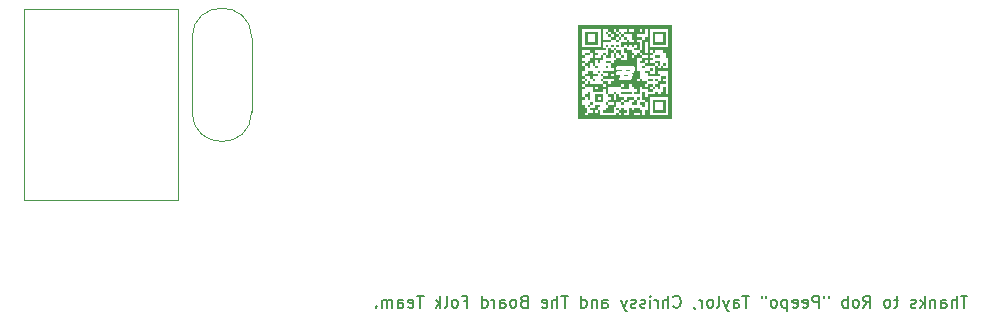
<source format=gbr>
%TF.GenerationSoftware,KiCad,Pcbnew,7.0.10*%
%TF.CreationDate,2024-06-09T02:47:37+01:00*%
%TF.ProjectId,Electron-PS2Slim,456c6563-7472-46f6-9e2d-505332536c69,rev?*%
%TF.SameCoordinates,Original*%
%TF.FileFunction,Legend,Bot*%
%TF.FilePolarity,Positive*%
%FSLAX46Y46*%
G04 Gerber Fmt 4.6, Leading zero omitted, Abs format (unit mm)*
G04 Created by KiCad (PCBNEW 7.0.10) date 2024-06-09 02:47:37*
%MOMM*%
%LPD*%
G01*
G04 APERTURE LIST*
%ADD10C,0.150000*%
%ADD11C,0.120000*%
G04 APERTURE END LIST*
D10*
X102752277Y-106718219D02*
X102180849Y-106718219D01*
X102466563Y-107718219D02*
X102466563Y-106718219D01*
X101847515Y-107718219D02*
X101847515Y-106718219D01*
X101418944Y-107718219D02*
X101418944Y-107194409D01*
X101418944Y-107194409D02*
X101466563Y-107099171D01*
X101466563Y-107099171D02*
X101561801Y-107051552D01*
X101561801Y-107051552D02*
X101704658Y-107051552D01*
X101704658Y-107051552D02*
X101799896Y-107099171D01*
X101799896Y-107099171D02*
X101847515Y-107146790D01*
X100514182Y-107718219D02*
X100514182Y-107194409D01*
X100514182Y-107194409D02*
X100561801Y-107099171D01*
X100561801Y-107099171D02*
X100657039Y-107051552D01*
X100657039Y-107051552D02*
X100847515Y-107051552D01*
X100847515Y-107051552D02*
X100942753Y-107099171D01*
X100514182Y-107670600D02*
X100609420Y-107718219D01*
X100609420Y-107718219D02*
X100847515Y-107718219D01*
X100847515Y-107718219D02*
X100942753Y-107670600D01*
X100942753Y-107670600D02*
X100990372Y-107575361D01*
X100990372Y-107575361D02*
X100990372Y-107480123D01*
X100990372Y-107480123D02*
X100942753Y-107384885D01*
X100942753Y-107384885D02*
X100847515Y-107337266D01*
X100847515Y-107337266D02*
X100609420Y-107337266D01*
X100609420Y-107337266D02*
X100514182Y-107289647D01*
X100037991Y-107051552D02*
X100037991Y-107718219D01*
X100037991Y-107146790D02*
X99990372Y-107099171D01*
X99990372Y-107099171D02*
X99895134Y-107051552D01*
X99895134Y-107051552D02*
X99752277Y-107051552D01*
X99752277Y-107051552D02*
X99657039Y-107099171D01*
X99657039Y-107099171D02*
X99609420Y-107194409D01*
X99609420Y-107194409D02*
X99609420Y-107718219D01*
X99133229Y-107718219D02*
X99133229Y-106718219D01*
X99037991Y-107337266D02*
X98752277Y-107718219D01*
X98752277Y-107051552D02*
X99133229Y-107432504D01*
X98371324Y-107670600D02*
X98276086Y-107718219D01*
X98276086Y-107718219D02*
X98085610Y-107718219D01*
X98085610Y-107718219D02*
X97990372Y-107670600D01*
X97990372Y-107670600D02*
X97942753Y-107575361D01*
X97942753Y-107575361D02*
X97942753Y-107527742D01*
X97942753Y-107527742D02*
X97990372Y-107432504D01*
X97990372Y-107432504D02*
X98085610Y-107384885D01*
X98085610Y-107384885D02*
X98228467Y-107384885D01*
X98228467Y-107384885D02*
X98323705Y-107337266D01*
X98323705Y-107337266D02*
X98371324Y-107242028D01*
X98371324Y-107242028D02*
X98371324Y-107194409D01*
X98371324Y-107194409D02*
X98323705Y-107099171D01*
X98323705Y-107099171D02*
X98228467Y-107051552D01*
X98228467Y-107051552D02*
X98085610Y-107051552D01*
X98085610Y-107051552D02*
X97990372Y-107099171D01*
X96895133Y-107051552D02*
X96514181Y-107051552D01*
X96752276Y-106718219D02*
X96752276Y-107575361D01*
X96752276Y-107575361D02*
X96704657Y-107670600D01*
X96704657Y-107670600D02*
X96609419Y-107718219D01*
X96609419Y-107718219D02*
X96514181Y-107718219D01*
X96037990Y-107718219D02*
X96133228Y-107670600D01*
X96133228Y-107670600D02*
X96180847Y-107622980D01*
X96180847Y-107622980D02*
X96228466Y-107527742D01*
X96228466Y-107527742D02*
X96228466Y-107242028D01*
X96228466Y-107242028D02*
X96180847Y-107146790D01*
X96180847Y-107146790D02*
X96133228Y-107099171D01*
X96133228Y-107099171D02*
X96037990Y-107051552D01*
X96037990Y-107051552D02*
X95895133Y-107051552D01*
X95895133Y-107051552D02*
X95799895Y-107099171D01*
X95799895Y-107099171D02*
X95752276Y-107146790D01*
X95752276Y-107146790D02*
X95704657Y-107242028D01*
X95704657Y-107242028D02*
X95704657Y-107527742D01*
X95704657Y-107527742D02*
X95752276Y-107622980D01*
X95752276Y-107622980D02*
X95799895Y-107670600D01*
X95799895Y-107670600D02*
X95895133Y-107718219D01*
X95895133Y-107718219D02*
X96037990Y-107718219D01*
X93942752Y-107718219D02*
X94276085Y-107242028D01*
X94514180Y-107718219D02*
X94514180Y-106718219D01*
X94514180Y-106718219D02*
X94133228Y-106718219D01*
X94133228Y-106718219D02*
X94037990Y-106765838D01*
X94037990Y-106765838D02*
X93990371Y-106813457D01*
X93990371Y-106813457D02*
X93942752Y-106908695D01*
X93942752Y-106908695D02*
X93942752Y-107051552D01*
X93942752Y-107051552D02*
X93990371Y-107146790D01*
X93990371Y-107146790D02*
X94037990Y-107194409D01*
X94037990Y-107194409D02*
X94133228Y-107242028D01*
X94133228Y-107242028D02*
X94514180Y-107242028D01*
X93371323Y-107718219D02*
X93466561Y-107670600D01*
X93466561Y-107670600D02*
X93514180Y-107622980D01*
X93514180Y-107622980D02*
X93561799Y-107527742D01*
X93561799Y-107527742D02*
X93561799Y-107242028D01*
X93561799Y-107242028D02*
X93514180Y-107146790D01*
X93514180Y-107146790D02*
X93466561Y-107099171D01*
X93466561Y-107099171D02*
X93371323Y-107051552D01*
X93371323Y-107051552D02*
X93228466Y-107051552D01*
X93228466Y-107051552D02*
X93133228Y-107099171D01*
X93133228Y-107099171D02*
X93085609Y-107146790D01*
X93085609Y-107146790D02*
X93037990Y-107242028D01*
X93037990Y-107242028D02*
X93037990Y-107527742D01*
X93037990Y-107527742D02*
X93085609Y-107622980D01*
X93085609Y-107622980D02*
X93133228Y-107670600D01*
X93133228Y-107670600D02*
X93228466Y-107718219D01*
X93228466Y-107718219D02*
X93371323Y-107718219D01*
X92609418Y-107718219D02*
X92609418Y-106718219D01*
X92609418Y-107099171D02*
X92514180Y-107051552D01*
X92514180Y-107051552D02*
X92323704Y-107051552D01*
X92323704Y-107051552D02*
X92228466Y-107099171D01*
X92228466Y-107099171D02*
X92180847Y-107146790D01*
X92180847Y-107146790D02*
X92133228Y-107242028D01*
X92133228Y-107242028D02*
X92133228Y-107527742D01*
X92133228Y-107527742D02*
X92180847Y-107622980D01*
X92180847Y-107622980D02*
X92228466Y-107670600D01*
X92228466Y-107670600D02*
X92323704Y-107718219D01*
X92323704Y-107718219D02*
X92514180Y-107718219D01*
X92514180Y-107718219D02*
X92609418Y-107670600D01*
X90990370Y-106718219D02*
X90990370Y-106908695D01*
X90609418Y-106718219D02*
X90609418Y-106908695D01*
X90180846Y-107718219D02*
X90180846Y-106718219D01*
X90180846Y-106718219D02*
X89799894Y-106718219D01*
X89799894Y-106718219D02*
X89704656Y-106765838D01*
X89704656Y-106765838D02*
X89657037Y-106813457D01*
X89657037Y-106813457D02*
X89609418Y-106908695D01*
X89609418Y-106908695D02*
X89609418Y-107051552D01*
X89609418Y-107051552D02*
X89657037Y-107146790D01*
X89657037Y-107146790D02*
X89704656Y-107194409D01*
X89704656Y-107194409D02*
X89799894Y-107242028D01*
X89799894Y-107242028D02*
X90180846Y-107242028D01*
X88799894Y-107670600D02*
X88895132Y-107718219D01*
X88895132Y-107718219D02*
X89085608Y-107718219D01*
X89085608Y-107718219D02*
X89180846Y-107670600D01*
X89180846Y-107670600D02*
X89228465Y-107575361D01*
X89228465Y-107575361D02*
X89228465Y-107194409D01*
X89228465Y-107194409D02*
X89180846Y-107099171D01*
X89180846Y-107099171D02*
X89085608Y-107051552D01*
X89085608Y-107051552D02*
X88895132Y-107051552D01*
X88895132Y-107051552D02*
X88799894Y-107099171D01*
X88799894Y-107099171D02*
X88752275Y-107194409D01*
X88752275Y-107194409D02*
X88752275Y-107289647D01*
X88752275Y-107289647D02*
X89228465Y-107384885D01*
X87942751Y-107670600D02*
X88037989Y-107718219D01*
X88037989Y-107718219D02*
X88228465Y-107718219D01*
X88228465Y-107718219D02*
X88323703Y-107670600D01*
X88323703Y-107670600D02*
X88371322Y-107575361D01*
X88371322Y-107575361D02*
X88371322Y-107194409D01*
X88371322Y-107194409D02*
X88323703Y-107099171D01*
X88323703Y-107099171D02*
X88228465Y-107051552D01*
X88228465Y-107051552D02*
X88037989Y-107051552D01*
X88037989Y-107051552D02*
X87942751Y-107099171D01*
X87942751Y-107099171D02*
X87895132Y-107194409D01*
X87895132Y-107194409D02*
X87895132Y-107289647D01*
X87895132Y-107289647D02*
X88371322Y-107384885D01*
X87466560Y-107051552D02*
X87466560Y-108051552D01*
X87466560Y-107099171D02*
X87371322Y-107051552D01*
X87371322Y-107051552D02*
X87180846Y-107051552D01*
X87180846Y-107051552D02*
X87085608Y-107099171D01*
X87085608Y-107099171D02*
X87037989Y-107146790D01*
X87037989Y-107146790D02*
X86990370Y-107242028D01*
X86990370Y-107242028D02*
X86990370Y-107527742D01*
X86990370Y-107527742D02*
X87037989Y-107622980D01*
X87037989Y-107622980D02*
X87085608Y-107670600D01*
X87085608Y-107670600D02*
X87180846Y-107718219D01*
X87180846Y-107718219D02*
X87371322Y-107718219D01*
X87371322Y-107718219D02*
X87466560Y-107670600D01*
X86418941Y-107718219D02*
X86514179Y-107670600D01*
X86514179Y-107670600D02*
X86561798Y-107622980D01*
X86561798Y-107622980D02*
X86609417Y-107527742D01*
X86609417Y-107527742D02*
X86609417Y-107242028D01*
X86609417Y-107242028D02*
X86561798Y-107146790D01*
X86561798Y-107146790D02*
X86514179Y-107099171D01*
X86514179Y-107099171D02*
X86418941Y-107051552D01*
X86418941Y-107051552D02*
X86276084Y-107051552D01*
X86276084Y-107051552D02*
X86180846Y-107099171D01*
X86180846Y-107099171D02*
X86133227Y-107146790D01*
X86133227Y-107146790D02*
X86085608Y-107242028D01*
X86085608Y-107242028D02*
X86085608Y-107527742D01*
X86085608Y-107527742D02*
X86133227Y-107622980D01*
X86133227Y-107622980D02*
X86180846Y-107670600D01*
X86180846Y-107670600D02*
X86276084Y-107718219D01*
X86276084Y-107718219D02*
X86418941Y-107718219D01*
X85704655Y-106718219D02*
X85704655Y-106908695D01*
X85323703Y-106718219D02*
X85323703Y-106908695D01*
X84276083Y-106718219D02*
X83704655Y-106718219D01*
X83990369Y-107718219D02*
X83990369Y-106718219D01*
X82942750Y-107718219D02*
X82942750Y-107194409D01*
X82942750Y-107194409D02*
X82990369Y-107099171D01*
X82990369Y-107099171D02*
X83085607Y-107051552D01*
X83085607Y-107051552D02*
X83276083Y-107051552D01*
X83276083Y-107051552D02*
X83371321Y-107099171D01*
X82942750Y-107670600D02*
X83037988Y-107718219D01*
X83037988Y-107718219D02*
X83276083Y-107718219D01*
X83276083Y-107718219D02*
X83371321Y-107670600D01*
X83371321Y-107670600D02*
X83418940Y-107575361D01*
X83418940Y-107575361D02*
X83418940Y-107480123D01*
X83418940Y-107480123D02*
X83371321Y-107384885D01*
X83371321Y-107384885D02*
X83276083Y-107337266D01*
X83276083Y-107337266D02*
X83037988Y-107337266D01*
X83037988Y-107337266D02*
X82942750Y-107289647D01*
X82561797Y-107051552D02*
X82323702Y-107718219D01*
X82085607Y-107051552D02*
X82323702Y-107718219D01*
X82323702Y-107718219D02*
X82418940Y-107956314D01*
X82418940Y-107956314D02*
X82466559Y-108003933D01*
X82466559Y-108003933D02*
X82561797Y-108051552D01*
X81561797Y-107718219D02*
X81657035Y-107670600D01*
X81657035Y-107670600D02*
X81704654Y-107575361D01*
X81704654Y-107575361D02*
X81704654Y-106718219D01*
X81037987Y-107718219D02*
X81133225Y-107670600D01*
X81133225Y-107670600D02*
X81180844Y-107622980D01*
X81180844Y-107622980D02*
X81228463Y-107527742D01*
X81228463Y-107527742D02*
X81228463Y-107242028D01*
X81228463Y-107242028D02*
X81180844Y-107146790D01*
X81180844Y-107146790D02*
X81133225Y-107099171D01*
X81133225Y-107099171D02*
X81037987Y-107051552D01*
X81037987Y-107051552D02*
X80895130Y-107051552D01*
X80895130Y-107051552D02*
X80799892Y-107099171D01*
X80799892Y-107099171D02*
X80752273Y-107146790D01*
X80752273Y-107146790D02*
X80704654Y-107242028D01*
X80704654Y-107242028D02*
X80704654Y-107527742D01*
X80704654Y-107527742D02*
X80752273Y-107622980D01*
X80752273Y-107622980D02*
X80799892Y-107670600D01*
X80799892Y-107670600D02*
X80895130Y-107718219D01*
X80895130Y-107718219D02*
X81037987Y-107718219D01*
X80276082Y-107718219D02*
X80276082Y-107051552D01*
X80276082Y-107242028D02*
X80228463Y-107146790D01*
X80228463Y-107146790D02*
X80180844Y-107099171D01*
X80180844Y-107099171D02*
X80085606Y-107051552D01*
X80085606Y-107051552D02*
X79990368Y-107051552D01*
X79609415Y-107670600D02*
X79609415Y-107718219D01*
X79609415Y-107718219D02*
X79657034Y-107813457D01*
X79657034Y-107813457D02*
X79704653Y-107861076D01*
X77847511Y-107622980D02*
X77895130Y-107670600D01*
X77895130Y-107670600D02*
X78037987Y-107718219D01*
X78037987Y-107718219D02*
X78133225Y-107718219D01*
X78133225Y-107718219D02*
X78276082Y-107670600D01*
X78276082Y-107670600D02*
X78371320Y-107575361D01*
X78371320Y-107575361D02*
X78418939Y-107480123D01*
X78418939Y-107480123D02*
X78466558Y-107289647D01*
X78466558Y-107289647D02*
X78466558Y-107146790D01*
X78466558Y-107146790D02*
X78418939Y-106956314D01*
X78418939Y-106956314D02*
X78371320Y-106861076D01*
X78371320Y-106861076D02*
X78276082Y-106765838D01*
X78276082Y-106765838D02*
X78133225Y-106718219D01*
X78133225Y-106718219D02*
X78037987Y-106718219D01*
X78037987Y-106718219D02*
X77895130Y-106765838D01*
X77895130Y-106765838D02*
X77847511Y-106813457D01*
X77418939Y-107718219D02*
X77418939Y-106718219D01*
X76990368Y-107718219D02*
X76990368Y-107194409D01*
X76990368Y-107194409D02*
X77037987Y-107099171D01*
X77037987Y-107099171D02*
X77133225Y-107051552D01*
X77133225Y-107051552D02*
X77276082Y-107051552D01*
X77276082Y-107051552D02*
X77371320Y-107099171D01*
X77371320Y-107099171D02*
X77418939Y-107146790D01*
X76514177Y-107718219D02*
X76514177Y-107051552D01*
X76514177Y-107242028D02*
X76466558Y-107146790D01*
X76466558Y-107146790D02*
X76418939Y-107099171D01*
X76418939Y-107099171D02*
X76323701Y-107051552D01*
X76323701Y-107051552D02*
X76228463Y-107051552D01*
X75895129Y-107718219D02*
X75895129Y-107051552D01*
X75895129Y-106718219D02*
X75942748Y-106765838D01*
X75942748Y-106765838D02*
X75895129Y-106813457D01*
X75895129Y-106813457D02*
X75847510Y-106765838D01*
X75847510Y-106765838D02*
X75895129Y-106718219D01*
X75895129Y-106718219D02*
X75895129Y-106813457D01*
X75466558Y-107670600D02*
X75371320Y-107718219D01*
X75371320Y-107718219D02*
X75180844Y-107718219D01*
X75180844Y-107718219D02*
X75085606Y-107670600D01*
X75085606Y-107670600D02*
X75037987Y-107575361D01*
X75037987Y-107575361D02*
X75037987Y-107527742D01*
X75037987Y-107527742D02*
X75085606Y-107432504D01*
X75085606Y-107432504D02*
X75180844Y-107384885D01*
X75180844Y-107384885D02*
X75323701Y-107384885D01*
X75323701Y-107384885D02*
X75418939Y-107337266D01*
X75418939Y-107337266D02*
X75466558Y-107242028D01*
X75466558Y-107242028D02*
X75466558Y-107194409D01*
X75466558Y-107194409D02*
X75418939Y-107099171D01*
X75418939Y-107099171D02*
X75323701Y-107051552D01*
X75323701Y-107051552D02*
X75180844Y-107051552D01*
X75180844Y-107051552D02*
X75085606Y-107099171D01*
X74657034Y-107670600D02*
X74561796Y-107718219D01*
X74561796Y-107718219D02*
X74371320Y-107718219D01*
X74371320Y-107718219D02*
X74276082Y-107670600D01*
X74276082Y-107670600D02*
X74228463Y-107575361D01*
X74228463Y-107575361D02*
X74228463Y-107527742D01*
X74228463Y-107527742D02*
X74276082Y-107432504D01*
X74276082Y-107432504D02*
X74371320Y-107384885D01*
X74371320Y-107384885D02*
X74514177Y-107384885D01*
X74514177Y-107384885D02*
X74609415Y-107337266D01*
X74609415Y-107337266D02*
X74657034Y-107242028D01*
X74657034Y-107242028D02*
X74657034Y-107194409D01*
X74657034Y-107194409D02*
X74609415Y-107099171D01*
X74609415Y-107099171D02*
X74514177Y-107051552D01*
X74514177Y-107051552D02*
X74371320Y-107051552D01*
X74371320Y-107051552D02*
X74276082Y-107099171D01*
X73895129Y-107051552D02*
X73657034Y-107718219D01*
X73418939Y-107051552D02*
X73657034Y-107718219D01*
X73657034Y-107718219D02*
X73752272Y-107956314D01*
X73752272Y-107956314D02*
X73799891Y-108003933D01*
X73799891Y-108003933D02*
X73895129Y-108051552D01*
X71847510Y-107718219D02*
X71847510Y-107194409D01*
X71847510Y-107194409D02*
X71895129Y-107099171D01*
X71895129Y-107099171D02*
X71990367Y-107051552D01*
X71990367Y-107051552D02*
X72180843Y-107051552D01*
X72180843Y-107051552D02*
X72276081Y-107099171D01*
X71847510Y-107670600D02*
X71942748Y-107718219D01*
X71942748Y-107718219D02*
X72180843Y-107718219D01*
X72180843Y-107718219D02*
X72276081Y-107670600D01*
X72276081Y-107670600D02*
X72323700Y-107575361D01*
X72323700Y-107575361D02*
X72323700Y-107480123D01*
X72323700Y-107480123D02*
X72276081Y-107384885D01*
X72276081Y-107384885D02*
X72180843Y-107337266D01*
X72180843Y-107337266D02*
X71942748Y-107337266D01*
X71942748Y-107337266D02*
X71847510Y-107289647D01*
X71371319Y-107051552D02*
X71371319Y-107718219D01*
X71371319Y-107146790D02*
X71323700Y-107099171D01*
X71323700Y-107099171D02*
X71228462Y-107051552D01*
X71228462Y-107051552D02*
X71085605Y-107051552D01*
X71085605Y-107051552D02*
X70990367Y-107099171D01*
X70990367Y-107099171D02*
X70942748Y-107194409D01*
X70942748Y-107194409D02*
X70942748Y-107718219D01*
X70037986Y-107718219D02*
X70037986Y-106718219D01*
X70037986Y-107670600D02*
X70133224Y-107718219D01*
X70133224Y-107718219D02*
X70323700Y-107718219D01*
X70323700Y-107718219D02*
X70418938Y-107670600D01*
X70418938Y-107670600D02*
X70466557Y-107622980D01*
X70466557Y-107622980D02*
X70514176Y-107527742D01*
X70514176Y-107527742D02*
X70514176Y-107242028D01*
X70514176Y-107242028D02*
X70466557Y-107146790D01*
X70466557Y-107146790D02*
X70418938Y-107099171D01*
X70418938Y-107099171D02*
X70323700Y-107051552D01*
X70323700Y-107051552D02*
X70133224Y-107051552D01*
X70133224Y-107051552D02*
X70037986Y-107099171D01*
X68942747Y-106718219D02*
X68371319Y-106718219D01*
X68657033Y-107718219D02*
X68657033Y-106718219D01*
X68037985Y-107718219D02*
X68037985Y-106718219D01*
X67609414Y-107718219D02*
X67609414Y-107194409D01*
X67609414Y-107194409D02*
X67657033Y-107099171D01*
X67657033Y-107099171D02*
X67752271Y-107051552D01*
X67752271Y-107051552D02*
X67895128Y-107051552D01*
X67895128Y-107051552D02*
X67990366Y-107099171D01*
X67990366Y-107099171D02*
X68037985Y-107146790D01*
X66752271Y-107670600D02*
X66847509Y-107718219D01*
X66847509Y-107718219D02*
X67037985Y-107718219D01*
X67037985Y-107718219D02*
X67133223Y-107670600D01*
X67133223Y-107670600D02*
X67180842Y-107575361D01*
X67180842Y-107575361D02*
X67180842Y-107194409D01*
X67180842Y-107194409D02*
X67133223Y-107099171D01*
X67133223Y-107099171D02*
X67037985Y-107051552D01*
X67037985Y-107051552D02*
X66847509Y-107051552D01*
X66847509Y-107051552D02*
X66752271Y-107099171D01*
X66752271Y-107099171D02*
X66704652Y-107194409D01*
X66704652Y-107194409D02*
X66704652Y-107289647D01*
X66704652Y-107289647D02*
X67180842Y-107384885D01*
X65180842Y-107194409D02*
X65037985Y-107242028D01*
X65037985Y-107242028D02*
X64990366Y-107289647D01*
X64990366Y-107289647D02*
X64942747Y-107384885D01*
X64942747Y-107384885D02*
X64942747Y-107527742D01*
X64942747Y-107527742D02*
X64990366Y-107622980D01*
X64990366Y-107622980D02*
X65037985Y-107670600D01*
X65037985Y-107670600D02*
X65133223Y-107718219D01*
X65133223Y-107718219D02*
X65514175Y-107718219D01*
X65514175Y-107718219D02*
X65514175Y-106718219D01*
X65514175Y-106718219D02*
X65180842Y-106718219D01*
X65180842Y-106718219D02*
X65085604Y-106765838D01*
X65085604Y-106765838D02*
X65037985Y-106813457D01*
X65037985Y-106813457D02*
X64990366Y-106908695D01*
X64990366Y-106908695D02*
X64990366Y-107003933D01*
X64990366Y-107003933D02*
X65037985Y-107099171D01*
X65037985Y-107099171D02*
X65085604Y-107146790D01*
X65085604Y-107146790D02*
X65180842Y-107194409D01*
X65180842Y-107194409D02*
X65514175Y-107194409D01*
X64371318Y-107718219D02*
X64466556Y-107670600D01*
X64466556Y-107670600D02*
X64514175Y-107622980D01*
X64514175Y-107622980D02*
X64561794Y-107527742D01*
X64561794Y-107527742D02*
X64561794Y-107242028D01*
X64561794Y-107242028D02*
X64514175Y-107146790D01*
X64514175Y-107146790D02*
X64466556Y-107099171D01*
X64466556Y-107099171D02*
X64371318Y-107051552D01*
X64371318Y-107051552D02*
X64228461Y-107051552D01*
X64228461Y-107051552D02*
X64133223Y-107099171D01*
X64133223Y-107099171D02*
X64085604Y-107146790D01*
X64085604Y-107146790D02*
X64037985Y-107242028D01*
X64037985Y-107242028D02*
X64037985Y-107527742D01*
X64037985Y-107527742D02*
X64085604Y-107622980D01*
X64085604Y-107622980D02*
X64133223Y-107670600D01*
X64133223Y-107670600D02*
X64228461Y-107718219D01*
X64228461Y-107718219D02*
X64371318Y-107718219D01*
X63180842Y-107718219D02*
X63180842Y-107194409D01*
X63180842Y-107194409D02*
X63228461Y-107099171D01*
X63228461Y-107099171D02*
X63323699Y-107051552D01*
X63323699Y-107051552D02*
X63514175Y-107051552D01*
X63514175Y-107051552D02*
X63609413Y-107099171D01*
X63180842Y-107670600D02*
X63276080Y-107718219D01*
X63276080Y-107718219D02*
X63514175Y-107718219D01*
X63514175Y-107718219D02*
X63609413Y-107670600D01*
X63609413Y-107670600D02*
X63657032Y-107575361D01*
X63657032Y-107575361D02*
X63657032Y-107480123D01*
X63657032Y-107480123D02*
X63609413Y-107384885D01*
X63609413Y-107384885D02*
X63514175Y-107337266D01*
X63514175Y-107337266D02*
X63276080Y-107337266D01*
X63276080Y-107337266D02*
X63180842Y-107289647D01*
X62704651Y-107718219D02*
X62704651Y-107051552D01*
X62704651Y-107242028D02*
X62657032Y-107146790D01*
X62657032Y-107146790D02*
X62609413Y-107099171D01*
X62609413Y-107099171D02*
X62514175Y-107051552D01*
X62514175Y-107051552D02*
X62418937Y-107051552D01*
X61657032Y-107718219D02*
X61657032Y-106718219D01*
X61657032Y-107670600D02*
X61752270Y-107718219D01*
X61752270Y-107718219D02*
X61942746Y-107718219D01*
X61942746Y-107718219D02*
X62037984Y-107670600D01*
X62037984Y-107670600D02*
X62085603Y-107622980D01*
X62085603Y-107622980D02*
X62133222Y-107527742D01*
X62133222Y-107527742D02*
X62133222Y-107242028D01*
X62133222Y-107242028D02*
X62085603Y-107146790D01*
X62085603Y-107146790D02*
X62037984Y-107099171D01*
X62037984Y-107099171D02*
X61942746Y-107051552D01*
X61942746Y-107051552D02*
X61752270Y-107051552D01*
X61752270Y-107051552D02*
X61657032Y-107099171D01*
X60085603Y-107194409D02*
X60418936Y-107194409D01*
X60418936Y-107718219D02*
X60418936Y-106718219D01*
X60418936Y-106718219D02*
X59942746Y-106718219D01*
X59418936Y-107718219D02*
X59514174Y-107670600D01*
X59514174Y-107670600D02*
X59561793Y-107622980D01*
X59561793Y-107622980D02*
X59609412Y-107527742D01*
X59609412Y-107527742D02*
X59609412Y-107242028D01*
X59609412Y-107242028D02*
X59561793Y-107146790D01*
X59561793Y-107146790D02*
X59514174Y-107099171D01*
X59514174Y-107099171D02*
X59418936Y-107051552D01*
X59418936Y-107051552D02*
X59276079Y-107051552D01*
X59276079Y-107051552D02*
X59180841Y-107099171D01*
X59180841Y-107099171D02*
X59133222Y-107146790D01*
X59133222Y-107146790D02*
X59085603Y-107242028D01*
X59085603Y-107242028D02*
X59085603Y-107527742D01*
X59085603Y-107527742D02*
X59133222Y-107622980D01*
X59133222Y-107622980D02*
X59180841Y-107670600D01*
X59180841Y-107670600D02*
X59276079Y-107718219D01*
X59276079Y-107718219D02*
X59418936Y-107718219D01*
X58514174Y-107718219D02*
X58609412Y-107670600D01*
X58609412Y-107670600D02*
X58657031Y-107575361D01*
X58657031Y-107575361D02*
X58657031Y-106718219D01*
X58133221Y-107718219D02*
X58133221Y-106718219D01*
X58037983Y-107337266D02*
X57752269Y-107718219D01*
X57752269Y-107051552D02*
X58133221Y-107432504D01*
X56704649Y-106718219D02*
X56133221Y-106718219D01*
X56418935Y-107718219D02*
X56418935Y-106718219D01*
X55418935Y-107670600D02*
X55514173Y-107718219D01*
X55514173Y-107718219D02*
X55704649Y-107718219D01*
X55704649Y-107718219D02*
X55799887Y-107670600D01*
X55799887Y-107670600D02*
X55847506Y-107575361D01*
X55847506Y-107575361D02*
X55847506Y-107194409D01*
X55847506Y-107194409D02*
X55799887Y-107099171D01*
X55799887Y-107099171D02*
X55704649Y-107051552D01*
X55704649Y-107051552D02*
X55514173Y-107051552D01*
X55514173Y-107051552D02*
X55418935Y-107099171D01*
X55418935Y-107099171D02*
X55371316Y-107194409D01*
X55371316Y-107194409D02*
X55371316Y-107289647D01*
X55371316Y-107289647D02*
X55847506Y-107384885D01*
X54514173Y-107718219D02*
X54514173Y-107194409D01*
X54514173Y-107194409D02*
X54561792Y-107099171D01*
X54561792Y-107099171D02*
X54657030Y-107051552D01*
X54657030Y-107051552D02*
X54847506Y-107051552D01*
X54847506Y-107051552D02*
X54942744Y-107099171D01*
X54514173Y-107670600D02*
X54609411Y-107718219D01*
X54609411Y-107718219D02*
X54847506Y-107718219D01*
X54847506Y-107718219D02*
X54942744Y-107670600D01*
X54942744Y-107670600D02*
X54990363Y-107575361D01*
X54990363Y-107575361D02*
X54990363Y-107480123D01*
X54990363Y-107480123D02*
X54942744Y-107384885D01*
X54942744Y-107384885D02*
X54847506Y-107337266D01*
X54847506Y-107337266D02*
X54609411Y-107337266D01*
X54609411Y-107337266D02*
X54514173Y-107289647D01*
X54037982Y-107718219D02*
X54037982Y-107051552D01*
X54037982Y-107146790D02*
X53990363Y-107099171D01*
X53990363Y-107099171D02*
X53895125Y-107051552D01*
X53895125Y-107051552D02*
X53752268Y-107051552D01*
X53752268Y-107051552D02*
X53657030Y-107099171D01*
X53657030Y-107099171D02*
X53609411Y-107194409D01*
X53609411Y-107194409D02*
X53609411Y-107718219D01*
X53609411Y-107194409D02*
X53561792Y-107099171D01*
X53561792Y-107099171D02*
X53466554Y-107051552D01*
X53466554Y-107051552D02*
X53323697Y-107051552D01*
X53323697Y-107051552D02*
X53228458Y-107099171D01*
X53228458Y-107099171D02*
X53180839Y-107194409D01*
X53180839Y-107194409D02*
X53180839Y-107718219D01*
X52704649Y-107622980D02*
X52657030Y-107670600D01*
X52657030Y-107670600D02*
X52704649Y-107718219D01*
X52704649Y-107718219D02*
X52752268Y-107670600D01*
X52752268Y-107670600D02*
X52704649Y-107622980D01*
X52704649Y-107622980D02*
X52704649Y-107718219D01*
%TO.C,G2*%
G36*
X77202069Y-87132533D02*
G01*
X77202069Y-87238721D01*
X77095881Y-87238721D01*
X76989694Y-87238721D01*
X76989694Y-87132533D01*
X76989694Y-87026346D01*
X77095881Y-87026346D01*
X77202069Y-87026346D01*
X77202069Y-87132533D01*
G37*
G36*
X76539460Y-88457751D02*
G01*
X76539460Y-88563938D01*
X76433273Y-88563938D01*
X76327085Y-88563938D01*
X76327085Y-88457751D01*
X76327085Y-88351564D01*
X76433273Y-88351564D01*
X76539460Y-88351564D01*
X76539460Y-88457751D01*
G37*
G36*
X76760329Y-86469925D02*
G01*
X76760329Y-86576112D01*
X76543707Y-86576112D01*
X76327085Y-86576112D01*
X76327085Y-86469925D01*
X76327085Y-86363737D01*
X76543707Y-86363737D01*
X76760329Y-86363737D01*
X76760329Y-86469925D01*
G37*
G36*
X76318590Y-89120360D02*
G01*
X76318590Y-89226547D01*
X76212403Y-89226547D01*
X76106216Y-89226547D01*
X76106216Y-89120360D01*
X76106216Y-89014172D01*
X76212403Y-89014172D01*
X76318590Y-89014172D01*
X76318590Y-89120360D01*
G37*
G36*
X76097721Y-87574273D02*
G01*
X76097721Y-87680460D01*
X75991533Y-87680460D01*
X75885346Y-87680460D01*
X75885346Y-87574273D01*
X75885346Y-87468085D01*
X75991533Y-87468085D01*
X76097721Y-87468085D01*
X76097721Y-87574273D01*
G37*
G36*
X76097721Y-88457751D02*
G01*
X76097721Y-88563938D01*
X75881099Y-88563938D01*
X75664477Y-88563938D01*
X75664477Y-88457751D01*
X75664477Y-88351564D01*
X75881099Y-88351564D01*
X76097721Y-88351564D01*
X76097721Y-88457751D01*
G37*
G36*
X75435112Y-87353403D02*
G01*
X75435112Y-87459590D01*
X75328925Y-87459590D01*
X75222737Y-87459590D01*
X75222737Y-87353403D01*
X75222737Y-87247216D01*
X75328925Y-87247216D01*
X75435112Y-87247216D01*
X75435112Y-87353403D01*
G37*
G36*
X74993373Y-90003838D02*
G01*
X74993373Y-90110025D01*
X74887186Y-90110025D01*
X74780998Y-90110025D01*
X74780998Y-90003838D01*
X74780998Y-89897650D01*
X74887186Y-89897650D01*
X74993373Y-89897650D01*
X74993373Y-90003838D01*
G37*
G36*
X73889025Y-84923838D02*
G01*
X73889025Y-85030025D01*
X73782838Y-85030025D01*
X73676651Y-85030025D01*
X73676651Y-84923838D01*
X73676651Y-84817650D01*
X73782838Y-84817650D01*
X73889025Y-84817650D01*
X73889025Y-84923838D01*
G37*
G36*
X73668156Y-90445577D02*
G01*
X73668156Y-90551764D01*
X73561968Y-90551764D01*
X73455781Y-90551764D01*
X73455781Y-90445577D01*
X73455781Y-90339390D01*
X73561968Y-90339390D01*
X73668156Y-90339390D01*
X73668156Y-90445577D01*
G37*
G36*
X74330764Y-89562099D02*
G01*
X74330764Y-89668286D01*
X73893273Y-89668286D01*
X73455781Y-89668286D01*
X73455781Y-89562099D01*
X73455781Y-89455911D01*
X73893273Y-89455911D01*
X74330764Y-89455911D01*
X74330764Y-89562099D01*
G37*
G36*
X73668156Y-86469925D02*
G01*
X73668156Y-86576112D01*
X73561968Y-86576112D01*
X73455781Y-86576112D01*
X73455781Y-86469925D01*
X73455781Y-86363737D01*
X73561968Y-86363737D01*
X73668156Y-86363737D01*
X73668156Y-86469925D01*
G37*
G36*
X73668156Y-84702968D02*
G01*
X73668156Y-84809156D01*
X73561968Y-84809156D01*
X73455781Y-84809156D01*
X73455781Y-84702968D01*
X73455781Y-84596781D01*
X73561968Y-84596781D01*
X73668156Y-84596781D01*
X73668156Y-84702968D01*
G37*
G36*
X73447286Y-84923838D02*
G01*
X73447286Y-85030025D01*
X73341099Y-85030025D01*
X73234911Y-85030025D01*
X73234911Y-84923838D01*
X73234911Y-84817650D01*
X73341099Y-84817650D01*
X73447286Y-84817650D01*
X73447286Y-84923838D01*
G37*
G36*
X73447286Y-84482099D02*
G01*
X73447286Y-84588286D01*
X73341099Y-84588286D01*
X73234911Y-84588286D01*
X73234911Y-84482099D01*
X73234911Y-84375911D01*
X73341099Y-84375911D01*
X73447286Y-84375911D01*
X73447286Y-84482099D01*
G37*
G36*
X73226416Y-90887316D02*
G01*
X73226416Y-90993503D01*
X73120229Y-90993503D01*
X73014042Y-90993503D01*
X73014042Y-90887316D01*
X73014042Y-90781129D01*
X73120229Y-90781129D01*
X73226416Y-90781129D01*
X73226416Y-90887316D01*
G37*
G36*
X73226416Y-85586446D02*
G01*
X73226416Y-85692634D01*
X73120229Y-85692634D01*
X73014042Y-85692634D01*
X73014042Y-85586446D01*
X73014042Y-85480259D01*
X73120229Y-85480259D01*
X73226416Y-85480259D01*
X73226416Y-85586446D01*
G37*
G36*
X73226416Y-85144707D02*
G01*
X73226416Y-85250895D01*
X73120229Y-85250895D01*
X73014042Y-85250895D01*
X73014042Y-85144707D01*
X73014042Y-85038520D01*
X73120229Y-85038520D01*
X73226416Y-85038520D01*
X73226416Y-85144707D01*
G37*
G36*
X73005547Y-89562099D02*
G01*
X73005547Y-89668286D01*
X72899360Y-89668286D01*
X72793172Y-89668286D01*
X72793172Y-89562099D01*
X72793172Y-89455911D01*
X72899360Y-89455911D01*
X73005547Y-89455911D01*
X73005547Y-89562099D01*
G37*
G36*
X73005547Y-86359490D02*
G01*
X73005547Y-86576112D01*
X72899360Y-86576112D01*
X72793172Y-86576112D01*
X72793172Y-86359490D01*
X72793172Y-86142868D01*
X72899360Y-86142868D01*
X73005547Y-86142868D01*
X73005547Y-86359490D01*
G37*
G36*
X73005547Y-85807316D02*
G01*
X73005547Y-85913503D01*
X72899360Y-85913503D01*
X72793172Y-85913503D01*
X72793172Y-85807316D01*
X72793172Y-85701129D01*
X72899360Y-85701129D01*
X73005547Y-85701129D01*
X73005547Y-85807316D01*
G37*
G36*
X72784677Y-85586446D02*
G01*
X72784677Y-85692634D01*
X72678490Y-85692634D01*
X72572303Y-85692634D01*
X72572303Y-85586446D01*
X72572303Y-85480259D01*
X72678490Y-85480259D01*
X72784677Y-85480259D01*
X72784677Y-85586446D01*
G37*
G36*
X72563808Y-84702968D02*
G01*
X72563808Y-84809156D01*
X72457620Y-84809156D01*
X72351433Y-84809156D01*
X72351433Y-84702968D01*
X72351433Y-84596781D01*
X72457620Y-84596781D01*
X72563808Y-84596781D01*
X72563808Y-84702968D01*
G37*
G36*
X72342938Y-90445577D02*
G01*
X72342938Y-90551764D01*
X72236751Y-90551764D01*
X72130564Y-90551764D01*
X72130564Y-90445577D01*
X72130564Y-90339390D01*
X72236751Y-90339390D01*
X72342938Y-90339390D01*
X72342938Y-90445577D01*
G37*
G36*
X72342938Y-87353403D02*
G01*
X72342938Y-87459590D01*
X72236751Y-87459590D01*
X72130564Y-87459590D01*
X72130564Y-87353403D01*
X72130564Y-87247216D01*
X72236751Y-87247216D01*
X72342938Y-87247216D01*
X72342938Y-87353403D01*
G37*
G36*
X72563808Y-86911664D02*
G01*
X72563808Y-87017851D01*
X72347186Y-87017851D01*
X72130564Y-87017851D01*
X72130564Y-86911664D01*
X72130564Y-86805477D01*
X72347186Y-86805477D01*
X72563808Y-86805477D01*
X72563808Y-86911664D01*
G37*
G36*
X72342938Y-85586446D02*
G01*
X72342938Y-85692634D01*
X72236751Y-85692634D01*
X72130564Y-85692634D01*
X72130564Y-85586446D01*
X72130564Y-85480259D01*
X72236751Y-85480259D01*
X72342938Y-85480259D01*
X72342938Y-85586446D01*
G37*
G36*
X72342938Y-84482099D02*
G01*
X72342938Y-84588286D01*
X72236751Y-84588286D01*
X72130564Y-84588286D01*
X72130564Y-84482099D01*
X72130564Y-84375911D01*
X72236751Y-84375911D01*
X72342938Y-84375911D01*
X72342938Y-84482099D01*
G37*
G36*
X72122069Y-86249055D02*
G01*
X72122069Y-86355242D01*
X72015881Y-86355242D01*
X71909694Y-86355242D01*
X71909694Y-86249055D01*
X71909694Y-86142868D01*
X72015881Y-86142868D01*
X72122069Y-86142868D01*
X72122069Y-86249055D01*
G37*
G36*
X71901199Y-88457751D02*
G01*
X71901199Y-88563938D01*
X71795012Y-88563938D01*
X71688824Y-88563938D01*
X71688824Y-88457751D01*
X71688824Y-88351564D01*
X71795012Y-88351564D01*
X71901199Y-88351564D01*
X71901199Y-88457751D01*
G37*
G36*
X71901199Y-88016012D02*
G01*
X71901199Y-88122199D01*
X71795012Y-88122199D01*
X71688824Y-88122199D01*
X71688824Y-88016012D01*
X71688824Y-87909824D01*
X71795012Y-87909824D01*
X71901199Y-87909824D01*
X71901199Y-88016012D01*
G37*
G36*
X71680329Y-87795142D02*
G01*
X71680329Y-87901329D01*
X71574142Y-87901329D01*
X71467955Y-87901329D01*
X71467955Y-87795142D01*
X71467955Y-87688955D01*
X71574142Y-87688955D01*
X71680329Y-87688955D01*
X71680329Y-87795142D01*
G37*
G36*
X71459460Y-87353403D02*
G01*
X71459460Y-87459590D01*
X71353273Y-87459590D01*
X71247085Y-87459590D01*
X71247085Y-87353403D01*
X71247085Y-87247216D01*
X71353273Y-87247216D01*
X71459460Y-87247216D01*
X71459460Y-87353403D01*
G37*
G36*
X71238590Y-88457751D02*
G01*
X71238590Y-88563938D01*
X71132403Y-88563938D01*
X71026216Y-88563938D01*
X71026216Y-88457751D01*
X71026216Y-88351564D01*
X71132403Y-88351564D01*
X71238590Y-88351564D01*
X71238590Y-88457751D01*
G37*
G36*
X71017721Y-90445577D02*
G01*
X71017721Y-90551764D01*
X70911533Y-90551764D01*
X70805346Y-90551764D01*
X70805346Y-90445577D01*
X70805346Y-90339390D01*
X70911533Y-90339390D01*
X71017721Y-90339390D01*
X71017721Y-90445577D01*
G37*
G36*
X70796851Y-90666446D02*
G01*
X70796851Y-90772634D01*
X70690664Y-90772634D01*
X70584477Y-90772634D01*
X70584477Y-90666446D01*
X70584477Y-90560259D01*
X70690664Y-90560259D01*
X70796851Y-90560259D01*
X70796851Y-90666446D01*
G37*
G36*
X70575982Y-88457751D02*
G01*
X70575982Y-88563938D01*
X70469794Y-88563938D01*
X70363607Y-88563938D01*
X70363607Y-88457751D01*
X70363607Y-88351564D01*
X70469794Y-88351564D01*
X70575982Y-88351564D01*
X70575982Y-88457751D01*
G37*
G36*
X70796851Y-86249055D02*
G01*
X70796851Y-86355242D01*
X70580229Y-86355242D01*
X70363607Y-86355242D01*
X70363607Y-86249055D01*
X70363607Y-86142868D01*
X70580229Y-86142868D01*
X70796851Y-86142868D01*
X70796851Y-86249055D01*
G37*
G36*
X76760329Y-87022099D02*
G01*
X76760329Y-87238721D01*
X76654142Y-87238721D01*
X76547955Y-87238721D01*
X76547955Y-87128286D01*
X76547955Y-87017851D01*
X76437520Y-87017851D01*
X76327085Y-87017851D01*
X76327085Y-86911664D01*
X76327085Y-86805477D01*
X76543707Y-86805477D01*
X76760329Y-86805477D01*
X76760329Y-87022099D01*
G37*
G36*
X75435112Y-90556012D02*
G01*
X75435112Y-90772634D01*
X75328925Y-90772634D01*
X75222737Y-90772634D01*
X75222737Y-90662199D01*
X75222737Y-90551764D01*
X75112303Y-90551764D01*
X75001868Y-90551764D01*
X75001868Y-90445577D01*
X75001868Y-90339390D01*
X75218490Y-90339390D01*
X75435112Y-90339390D01*
X75435112Y-90556012D01*
G37*
G36*
X74772503Y-90335142D02*
G01*
X74772503Y-90551764D01*
X74555881Y-90551764D01*
X74339259Y-90551764D01*
X74339259Y-90445577D01*
X74339259Y-90339390D01*
X74449694Y-90339390D01*
X74560129Y-90339390D01*
X74560129Y-90228955D01*
X74560129Y-90118520D01*
X74666316Y-90118520D01*
X74772503Y-90118520D01*
X74772503Y-90335142D01*
G37*
G36*
X73447286Y-86138620D02*
G01*
X73447286Y-86355242D01*
X73341099Y-86355242D01*
X73234911Y-86355242D01*
X73234911Y-86244808D01*
X73234911Y-86134373D01*
X73124477Y-86134373D01*
X73014042Y-86134373D01*
X73014042Y-86028186D01*
X73014042Y-85921998D01*
X73230664Y-85921998D01*
X73447286Y-85921998D01*
X73447286Y-86138620D01*
G37*
G36*
X74551634Y-90003838D02*
G01*
X74551634Y-90110025D01*
X74330764Y-90110025D01*
X74109895Y-90110025D01*
X74109895Y-90220460D01*
X74109895Y-90330895D01*
X73893273Y-90330895D01*
X73676651Y-90330895D01*
X73676651Y-90224707D01*
X73676651Y-90118520D01*
X73787085Y-90118520D01*
X73897520Y-90118520D01*
X73897520Y-90008085D01*
X73897520Y-89897650D01*
X74224577Y-89897650D01*
X74551634Y-89897650D01*
X74551634Y-90003838D01*
G37*
G36*
X70796851Y-89782968D02*
G01*
X70796851Y-90110025D01*
X70690664Y-90110025D01*
X70584477Y-90110025D01*
X70584477Y-89999590D01*
X70584477Y-89889156D01*
X70474042Y-89889156D01*
X70363607Y-89889156D01*
X70363607Y-89782968D01*
X70363607Y-89676781D01*
X70474042Y-89676781D01*
X70584477Y-89676781D01*
X70584477Y-89566346D01*
X70584477Y-89455911D01*
X70690664Y-89455911D01*
X70796851Y-89455911D01*
X70796851Y-89782968D01*
G37*
G36*
X77210564Y-90662199D02*
G01*
X77210564Y-91214373D01*
X76658390Y-91214373D01*
X76106216Y-91214373D01*
X76106216Y-90993503D01*
X76327085Y-90993503D01*
X76658390Y-90993503D01*
X76989694Y-90993503D01*
X76989694Y-90662199D01*
X76989694Y-90330895D01*
X76658390Y-90330895D01*
X76327085Y-90330895D01*
X76327085Y-90662199D01*
X76327085Y-90993503D01*
X76106216Y-90993503D01*
X76106216Y-90662199D01*
X76106216Y-90110025D01*
X76658390Y-90110025D01*
X77210564Y-90110025D01*
X77210564Y-90330895D01*
X77210564Y-90662199D01*
G37*
G36*
X77210564Y-84919590D02*
G01*
X77210564Y-85471764D01*
X76658390Y-85471764D01*
X76106216Y-85471764D01*
X76106216Y-85250895D01*
X76327085Y-85250895D01*
X76658390Y-85250895D01*
X76989694Y-85250895D01*
X76989694Y-84919590D01*
X76989694Y-84588286D01*
X76658390Y-84588286D01*
X76327085Y-84588286D01*
X76327085Y-84919590D01*
X76327085Y-85250895D01*
X76106216Y-85250895D01*
X76106216Y-84919590D01*
X76106216Y-84367416D01*
X76658390Y-84367416D01*
X77210564Y-84367416D01*
X77210564Y-84588286D01*
X77210564Y-84919590D01*
G37*
G36*
X71901199Y-90003838D02*
G01*
X71901199Y-90330895D01*
X71574142Y-90330895D01*
X71247085Y-90330895D01*
X71247085Y-90118520D01*
X71459460Y-90118520D01*
X71574142Y-90118520D01*
X71688824Y-90118520D01*
X71688824Y-90003838D01*
X71688824Y-89889156D01*
X71574142Y-89889156D01*
X71459460Y-89889156D01*
X71459460Y-90003838D01*
X71459460Y-90118520D01*
X71247085Y-90118520D01*
X71247085Y-90003838D01*
X71247085Y-89676781D01*
X71574142Y-89676781D01*
X71901199Y-89676781D01*
X71901199Y-89889156D01*
X71901199Y-90003838D01*
G37*
G36*
X71467955Y-84919590D02*
G01*
X71467955Y-85471764D01*
X70915781Y-85471764D01*
X70363607Y-85471764D01*
X70363607Y-85250895D01*
X70584477Y-85250895D01*
X70915781Y-85250895D01*
X71247085Y-85250895D01*
X71247085Y-84919590D01*
X71247085Y-84588286D01*
X70915781Y-84588286D01*
X70584477Y-84588286D01*
X70584477Y-84919590D01*
X70584477Y-85250895D01*
X70363607Y-85250895D01*
X70363607Y-84919590D01*
X70363607Y-84367416D01*
X70915781Y-84367416D01*
X71467955Y-84367416D01*
X71467955Y-84588286D01*
X71467955Y-84919590D01*
G37*
G36*
X72563808Y-85811564D02*
G01*
X72563808Y-85921998D01*
X72674243Y-85921998D01*
X72784677Y-85921998D01*
X72784677Y-86028186D01*
X72784677Y-86134373D01*
X72674243Y-86134373D01*
X72563808Y-86134373D01*
X72563808Y-86355242D01*
X72563808Y-86576112D01*
X72347186Y-86576112D01*
X72130564Y-86576112D01*
X72130564Y-86469925D01*
X72130564Y-86363737D01*
X72240998Y-86363737D01*
X72351433Y-86363737D01*
X72351433Y-86032433D01*
X72351433Y-85701129D01*
X72457620Y-85701129D01*
X72563808Y-85701129D01*
X72563808Y-85811564D01*
G37*
G36*
X74185800Y-87644356D02*
G01*
X74178155Y-87666736D01*
X74169982Y-87690458D01*
X74165287Y-87703821D01*
X74164898Y-87704562D01*
X74157318Y-87708425D01*
X74139561Y-87711229D01*
X74109926Y-87713089D01*
X74066713Y-87714121D01*
X74008222Y-87714440D01*
X73962391Y-87714125D01*
X73919445Y-87713164D01*
X73885453Y-87711676D01*
X73863093Y-87709779D01*
X73855045Y-87707594D01*
X73857270Y-87697701D01*
X73863682Y-87676153D01*
X73872815Y-87648129D01*
X73890585Y-87595510D01*
X74046505Y-87595510D01*
X74202424Y-87595510D01*
X74185800Y-87644356D01*
G37*
G36*
X71017721Y-87799390D02*
G01*
X71017721Y-87909824D01*
X71238590Y-87909824D01*
X71459460Y-87909824D01*
X71459460Y-88016012D01*
X71459460Y-88122199D01*
X71238590Y-88122199D01*
X71017721Y-88122199D01*
X71017721Y-88232634D01*
X71017721Y-88343069D01*
X70911533Y-88343069D01*
X70805346Y-88343069D01*
X70805346Y-88232634D01*
X70805346Y-88122199D01*
X70584477Y-88122199D01*
X70363607Y-88122199D01*
X70363607Y-88016012D01*
X70363607Y-87909824D01*
X70474042Y-87909824D01*
X70584477Y-87909824D01*
X70584477Y-87799390D01*
X70584477Y-87688955D01*
X70801099Y-87688955D01*
X71017721Y-87688955D01*
X71017721Y-87799390D01*
G37*
G36*
X73880269Y-88006841D02*
G01*
X73921588Y-88008636D01*
X73964954Y-88010858D01*
X73999764Y-88013024D01*
X74023210Y-88014954D01*
X74032484Y-88016472D01*
X74032928Y-88017523D01*
X74031596Y-88030386D01*
X74026053Y-88053403D01*
X74017551Y-88081869D01*
X74007338Y-88111079D01*
X74006432Y-88113419D01*
X74003080Y-88119779D01*
X73997282Y-88124348D01*
X73986614Y-88127422D01*
X73968651Y-88129298D01*
X73940971Y-88130271D01*
X73901149Y-88130638D01*
X73846760Y-88130694D01*
X73800983Y-88130429D01*
X73758039Y-88129620D01*
X73724048Y-88128365D01*
X73701689Y-88126767D01*
X73693641Y-88124925D01*
X73693673Y-88124487D01*
X73696616Y-88112599D01*
X73703397Y-88089602D01*
X73712686Y-88060022D01*
X73731732Y-88000887D01*
X73880269Y-88006841D01*
G37*
G36*
X77202069Y-88236881D02*
G01*
X77202069Y-88343069D01*
X77091634Y-88343069D01*
X76981199Y-88343069D01*
X76981199Y-88457751D01*
X76981199Y-88572433D01*
X77091634Y-88572433D01*
X77202069Y-88572433D01*
X77202069Y-88678620D01*
X77202069Y-88784808D01*
X76981199Y-88784808D01*
X76760329Y-88784808D01*
X76760329Y-89005677D01*
X76760329Y-89226547D01*
X76654142Y-89226547D01*
X76547955Y-89226547D01*
X76547955Y-89116112D01*
X76547955Y-89005677D01*
X76437520Y-89005677D01*
X76327085Y-89005677D01*
X76327085Y-88899490D01*
X76327085Y-88793303D01*
X76437520Y-88793303D01*
X76547955Y-88793303D01*
X76547955Y-88682868D01*
X76547955Y-88572433D01*
X76658390Y-88572433D01*
X76768824Y-88572433D01*
X76768824Y-88351564D01*
X76768824Y-88130694D01*
X76985447Y-88130694D01*
X77202069Y-88130694D01*
X77202069Y-88236881D01*
G37*
G36*
X72784677Y-89897650D02*
G01*
X72784677Y-90118520D01*
X72899360Y-90118520D01*
X73014042Y-90118520D01*
X73014042Y-89897650D01*
X73014042Y-89676781D01*
X73120229Y-89676781D01*
X73226416Y-89676781D01*
X73226416Y-89787216D01*
X73226416Y-89897650D01*
X73447286Y-89897650D01*
X73668156Y-89897650D01*
X73668156Y-90003838D01*
X73668156Y-90110025D01*
X73557721Y-90110025D01*
X73447286Y-90110025D01*
X73447286Y-90220460D01*
X73447286Y-90330895D01*
X73226416Y-90330895D01*
X73005547Y-90330895D01*
X73005547Y-90551764D01*
X73005547Y-90772634D01*
X72895112Y-90772634D01*
X72784677Y-90772634D01*
X72784677Y-90993503D01*
X72784677Y-91214373D01*
X72347186Y-91214373D01*
X71909694Y-91214373D01*
X71909694Y-91108186D01*
X71909694Y-91001998D01*
X72020129Y-91001998D01*
X72130564Y-91001998D01*
X72130564Y-90891564D01*
X72130564Y-90781129D01*
X72240998Y-90781129D01*
X72351433Y-90781129D01*
X72351433Y-90670694D01*
X72351433Y-90560259D01*
X72572303Y-90560259D01*
X72793172Y-90560259D01*
X72793172Y-90445577D01*
X72793172Y-90330895D01*
X72572303Y-90330895D01*
X72351433Y-90330895D01*
X72351433Y-90224707D01*
X72351433Y-90118520D01*
X72461868Y-90118520D01*
X72572303Y-90118520D01*
X72572303Y-90003838D01*
X72572303Y-89889156D01*
X72461868Y-89889156D01*
X72351433Y-89889156D01*
X72351433Y-89782968D01*
X72351433Y-89676781D01*
X72568055Y-89676781D01*
X72784677Y-89676781D01*
X72784677Y-89897650D01*
G37*
G36*
X74780998Y-87688955D02*
G01*
X74887186Y-87688955D01*
X74993373Y-87688955D01*
X74993373Y-88016012D01*
X74993373Y-88343069D01*
X74887186Y-88343069D01*
X74780998Y-88343069D01*
X74780998Y-88457751D01*
X74780998Y-88572433D01*
X74891433Y-88572433D01*
X75001868Y-88572433D01*
X75001868Y-88461998D01*
X75001868Y-88351564D01*
X75108055Y-88351564D01*
X75214243Y-88351564D01*
X75214243Y-88461998D01*
X75214243Y-88572433D01*
X75435112Y-88572433D01*
X75655982Y-88572433D01*
X75655982Y-88678620D01*
X75655982Y-88784808D01*
X75545547Y-88784808D01*
X75435112Y-88784808D01*
X75435112Y-88899490D01*
X75435112Y-89014172D01*
X75549794Y-89014172D01*
X75664477Y-89014172D01*
X75664477Y-88903737D01*
X75664477Y-88793303D01*
X75881099Y-88793303D01*
X76097721Y-88793303D01*
X76097721Y-88899490D01*
X76097721Y-89005677D01*
X75987286Y-89005677D01*
X75876851Y-89005677D01*
X75876851Y-89120360D01*
X75876851Y-89235042D01*
X75987286Y-89235042D01*
X76097721Y-89235042D01*
X76097721Y-89341229D01*
X76097721Y-89447416D01*
X75881099Y-89447416D01*
X75664477Y-89447416D01*
X75664477Y-89336982D01*
X75664477Y-89226547D01*
X75443607Y-89226547D01*
X75222737Y-89226547D01*
X75222737Y-89116112D01*
X75222737Y-89005677D01*
X75108055Y-89005677D01*
X74993373Y-89005677D01*
X74993373Y-89336982D01*
X74993373Y-89668286D01*
X74776751Y-89668286D01*
X74560129Y-89668286D01*
X74560129Y-89562099D01*
X74560129Y-89455911D01*
X74670564Y-89455911D01*
X74780998Y-89455911D01*
X74780998Y-89341229D01*
X74780998Y-89226547D01*
X74670564Y-89226547D01*
X74560129Y-89226547D01*
X74560129Y-89116112D01*
X74560129Y-89005677D01*
X74449948Y-89005677D01*
X74339767Y-89005677D01*
X74337389Y-88897366D01*
X74335012Y-88789055D01*
X74222453Y-88786685D01*
X74109895Y-88784315D01*
X74109895Y-89005431D01*
X74109895Y-89226547D01*
X73782838Y-89226547D01*
X73455781Y-89226547D01*
X73455781Y-89120360D01*
X73455781Y-89014172D01*
X73566462Y-89014172D01*
X73677144Y-89014172D01*
X73674773Y-88901614D01*
X73672403Y-88789055D01*
X73559845Y-88786685D01*
X73447286Y-88784315D01*
X73447286Y-88894996D01*
X73447286Y-89005677D01*
X72895112Y-89005677D01*
X72342938Y-89005677D01*
X72342938Y-89336982D01*
X72342938Y-89668286D01*
X72236751Y-89668286D01*
X72130564Y-89668286D01*
X72130564Y-89447416D01*
X72130564Y-89226547D01*
X72015881Y-89226547D01*
X71901199Y-89226547D01*
X71901199Y-89336982D01*
X71901199Y-89447416D01*
X71463707Y-89447416D01*
X71026216Y-89447416D01*
X71026216Y-89235042D01*
X71238590Y-89235042D01*
X71353273Y-89235042D01*
X71467955Y-89235042D01*
X71467955Y-89120360D01*
X71467955Y-89005677D01*
X71353273Y-89005677D01*
X71238590Y-89005677D01*
X71238590Y-89120360D01*
X71238590Y-89235042D01*
X71026216Y-89235042D01*
X71026216Y-89226547D01*
X71026216Y-89005677D01*
X70694911Y-89005677D01*
X70363607Y-89005677D01*
X70363607Y-88899490D01*
X70363607Y-88793303D01*
X70474042Y-88793303D01*
X70584477Y-88793303D01*
X70584477Y-88682868D01*
X70584477Y-88572433D01*
X70690664Y-88572433D01*
X70796851Y-88572433D01*
X70796851Y-88682868D01*
X70796851Y-88793303D01*
X71349025Y-88793303D01*
X71901199Y-88793303D01*
X71901199Y-88903737D01*
X71901199Y-89005677D01*
X71901199Y-89014172D01*
X72015881Y-89014172D01*
X72130564Y-89014172D01*
X72130564Y-88899490D01*
X72130564Y-88784808D01*
X72020129Y-88784808D01*
X71909694Y-88784808D01*
X71909694Y-88678620D01*
X71909694Y-88572433D01*
X72126316Y-88572433D01*
X72342938Y-88572433D01*
X72342938Y-88682868D01*
X72342938Y-88793303D01*
X72457620Y-88793303D01*
X72572303Y-88793303D01*
X72572303Y-88682868D01*
X72572303Y-88572433D01*
X72682984Y-88572433D01*
X72793665Y-88572433D01*
X72791295Y-88459875D01*
X72788925Y-88347316D01*
X72349309Y-88345116D01*
X71909694Y-88342916D01*
X71909694Y-88236805D01*
X71909694Y-88130694D01*
X72130564Y-88130694D01*
X72351433Y-88130694D01*
X72563808Y-88130694D01*
X72678737Y-88130694D01*
X72793665Y-88130694D01*
X72791295Y-88018135D01*
X72790364Y-87973934D01*
X72960152Y-87973934D01*
X72960785Y-87975464D01*
X72967215Y-87984375D01*
X72978897Y-87991213D01*
X72997784Y-87996235D01*
X73025832Y-87999696D01*
X73064997Y-88001852D01*
X73117232Y-88002957D01*
X73184495Y-88003269D01*
X73201755Y-88003279D01*
X73252933Y-88003434D01*
X73297059Y-88003752D01*
X73331650Y-88004204D01*
X73354221Y-88004761D01*
X73362286Y-88005393D01*
X73361208Y-88009007D01*
X73355591Y-88026468D01*
X73345830Y-88056354D01*
X73332664Y-88096411D01*
X73321351Y-88130694D01*
X73316833Y-88144386D01*
X73299076Y-88198026D01*
X73279119Y-88258864D01*
X73262898Y-88310514D01*
X73251810Y-88349718D01*
X73245562Y-88378317D01*
X73243858Y-88398156D01*
X73246406Y-88411077D01*
X73252910Y-88418924D01*
X73263076Y-88423540D01*
X73269257Y-88424321D01*
X73291525Y-88425448D01*
X73327597Y-88426493D01*
X73375552Y-88427446D01*
X73433463Y-88428301D01*
X73499409Y-88429051D01*
X73571466Y-88429688D01*
X73647709Y-88430205D01*
X73726216Y-88430595D01*
X73805061Y-88430850D01*
X73882323Y-88430963D01*
X73956076Y-88430927D01*
X74024398Y-88430734D01*
X74085364Y-88430377D01*
X74137051Y-88429849D01*
X74177536Y-88429143D01*
X74204894Y-88428251D01*
X74217202Y-88427166D01*
X74220299Y-88426238D01*
X74241009Y-88417223D01*
X74259777Y-88402788D01*
X74277700Y-88381113D01*
X74295876Y-88350376D01*
X74315404Y-88308758D01*
X74337381Y-88254439D01*
X74362905Y-88185597D01*
X74378265Y-88142510D01*
X74398525Y-88082841D01*
X74412729Y-88035612D01*
X74421181Y-87998806D01*
X74424185Y-87970407D01*
X74422044Y-87948399D01*
X74415061Y-87930765D01*
X74403539Y-87915487D01*
X74382869Y-87893184D01*
X74414562Y-87884650D01*
X74416448Y-87884112D01*
X74444368Y-87871097D01*
X74468011Y-87852619D01*
X74477376Y-87837747D01*
X74490950Y-87808867D01*
X74507326Y-87769295D01*
X74525506Y-87721918D01*
X74544491Y-87669624D01*
X74563285Y-87615301D01*
X74580889Y-87561836D01*
X74596306Y-87512117D01*
X74608537Y-87469033D01*
X74616586Y-87435470D01*
X74619454Y-87414317D01*
X74618754Y-87402245D01*
X74607059Y-87360033D01*
X74583558Y-87322098D01*
X74551629Y-87294412D01*
X74547617Y-87292135D01*
X74541685Y-87289333D01*
X74534277Y-87286892D01*
X74524283Y-87284781D01*
X74510595Y-87282971D01*
X74492106Y-87281434D01*
X74467707Y-87280141D01*
X74436290Y-87279061D01*
X74396748Y-87278167D01*
X74347972Y-87277428D01*
X74288854Y-87276816D01*
X74218286Y-87276302D01*
X74135161Y-87275857D01*
X74038369Y-87275451D01*
X73926804Y-87275055D01*
X73799357Y-87274641D01*
X73076814Y-87272333D01*
X73058488Y-87291840D01*
X73056544Y-87294280D01*
X73046440Y-87312455D01*
X73032994Y-87341980D01*
X73017651Y-87379039D01*
X73001857Y-87419817D01*
X72987057Y-87460495D01*
X72974695Y-87497260D01*
X72966219Y-87526293D01*
X72963072Y-87543779D01*
X72966404Y-87556122D01*
X72978605Y-87572954D01*
X72978954Y-87573263D01*
X72985554Y-87577308D01*
X72996293Y-87580624D01*
X73013007Y-87583343D01*
X73037531Y-87585597D01*
X73071701Y-87587520D01*
X73117353Y-87589245D01*
X73176322Y-87590904D01*
X73250445Y-87592631D01*
X73275499Y-87593206D01*
X73337534Y-87594867D01*
X73392932Y-87596685D01*
X73439623Y-87598569D01*
X73475536Y-87600430D01*
X73498602Y-87602179D01*
X73506751Y-87603725D01*
X73504502Y-87613042D01*
X73498093Y-87634060D01*
X73488981Y-87661820D01*
X73471211Y-87714440D01*
X73274483Y-87714710D01*
X73231012Y-87714792D01*
X73175070Y-87715184D01*
X73132549Y-87716281D01*
X73101266Y-87718518D01*
X73079038Y-87722330D01*
X73063683Y-87728151D01*
X73053017Y-87736416D01*
X73044857Y-87747562D01*
X73037021Y-87762021D01*
X73023108Y-87791134D01*
X73007591Y-87827421D01*
X72992337Y-87866193D01*
X72978657Y-87903840D01*
X72967860Y-87936753D01*
X72961255Y-87961321D01*
X72960152Y-87973934D01*
X72790364Y-87973934D01*
X72788925Y-87905577D01*
X72676366Y-87903207D01*
X72563808Y-87900836D01*
X72563808Y-88015765D01*
X72563808Y-88130694D01*
X72351433Y-88130694D01*
X72351433Y-88016012D01*
X72351433Y-87901329D01*
X72130564Y-87901329D01*
X71909694Y-87901329D01*
X71909694Y-87795142D01*
X71909694Y-87688955D01*
X72351680Y-87688955D01*
X72793665Y-87688955D01*
X72791295Y-87576396D01*
X72788925Y-87463838D01*
X72680614Y-87461460D01*
X72572303Y-87459083D01*
X72572303Y-87242714D01*
X72572303Y-87026346D01*
X72682737Y-87026346D01*
X72793172Y-87026346D01*
X72793172Y-86911664D01*
X72793172Y-86796982D01*
X72903607Y-86796982D01*
X73014042Y-86796982D01*
X73014042Y-86690794D01*
X73014042Y-86584607D01*
X73230664Y-86584607D01*
X73447286Y-86584607D01*
X73447286Y-86690794D01*
X73447286Y-86796982D01*
X73672403Y-86796982D01*
X73897520Y-86796982D01*
X73897520Y-86465677D01*
X73897520Y-86134373D01*
X73787085Y-86134373D01*
X73676651Y-86134373D01*
X73676651Y-85917751D01*
X73676651Y-85701129D01*
X73782838Y-85701129D01*
X73889025Y-85701129D01*
X73889025Y-85811564D01*
X73889025Y-85921998D01*
X74109895Y-85921998D01*
X74330764Y-85921998D01*
X74330764Y-86032433D01*
X74330764Y-86142868D01*
X74441199Y-86142868D01*
X74551634Y-86142868D01*
X74551634Y-86249055D01*
X74551634Y-86355242D01*
X74441199Y-86355242D01*
X74330764Y-86355242D01*
X74330764Y-86469925D01*
X74330764Y-86584607D01*
X74445447Y-86584607D01*
X74560129Y-86584607D01*
X74560129Y-86474172D01*
X74560129Y-86363737D01*
X74670564Y-86363737D01*
X74780998Y-86363737D01*
X74780998Y-86253303D01*
X74780998Y-86142868D01*
X74887186Y-86142868D01*
X74993373Y-86142868D01*
X74993373Y-86253303D01*
X74993373Y-86363737D01*
X75103808Y-86363737D01*
X75214243Y-86363737D01*
X75214243Y-86469925D01*
X75214243Y-86576112D01*
X74992027Y-86576112D01*
X74769811Y-86576112D01*
X74775405Y-86743130D01*
X74775992Y-86762818D01*
X74777152Y-86814876D01*
X74778211Y-86879790D01*
X74779139Y-86954769D01*
X74779911Y-87037024D01*
X74780496Y-87123765D01*
X74780868Y-87212205D01*
X74780998Y-87299552D01*
X74780998Y-87414317D01*
X74780998Y-87688955D01*
G37*
G36*
X77762737Y-87782400D02*
G01*
X77762737Y-89676781D01*
X77762737Y-89889156D01*
X77762737Y-91766547D01*
X73761600Y-91766547D01*
X69760463Y-91766547D01*
X69760463Y-90560259D01*
X70134243Y-90560259D01*
X70244677Y-90560259D01*
X70355112Y-90560259D01*
X70355112Y-90670694D01*
X70355112Y-90781129D01*
X70465547Y-90781129D01*
X70575982Y-90781129D01*
X70575982Y-90997751D01*
X70575982Y-91214373D01*
X70465547Y-91214373D01*
X70355112Y-91214373D01*
X70355112Y-91329055D01*
X70355112Y-91443737D01*
X70469794Y-91443737D01*
X70584477Y-91443737D01*
X70584477Y-91333303D01*
X70584477Y-91222868D01*
X70805346Y-91222868D01*
X71026216Y-91222868D01*
X71026216Y-91108186D01*
X71026216Y-90993503D01*
X70915781Y-90993503D01*
X70805346Y-90993503D01*
X70805346Y-90887316D01*
X70805346Y-90781129D01*
X71026216Y-90781129D01*
X71247085Y-90781129D01*
X71247085Y-90670694D01*
X71247085Y-90560259D01*
X71463707Y-90560259D01*
X71680329Y-90560259D01*
X71680329Y-90666446D01*
X71680329Y-90772634D01*
X71569895Y-90772634D01*
X71459460Y-90772634D01*
X71459460Y-90883069D01*
X71459460Y-90993503D01*
X71349025Y-90993503D01*
X71238590Y-90993503D01*
X71238590Y-91108186D01*
X71238590Y-91222868D01*
X71353273Y-91222868D01*
X71467955Y-91222868D01*
X71467955Y-91112433D01*
X71467955Y-91001998D01*
X71574142Y-91001998D01*
X71680329Y-91001998D01*
X71680329Y-91222868D01*
X71680329Y-91443737D01*
X72347186Y-91443737D01*
X73014042Y-91443737D01*
X73014042Y-91333303D01*
X73014042Y-91222868D01*
X73120229Y-91222868D01*
X73226416Y-91222868D01*
X73226416Y-91333303D01*
X73226416Y-91443737D01*
X73341099Y-91443737D01*
X73455781Y-91443737D01*
X73455781Y-91329055D01*
X73455781Y-91214373D01*
X73345346Y-91214373D01*
X73234911Y-91214373D01*
X73234911Y-91108186D01*
X73234911Y-91001998D01*
X73345346Y-91001998D01*
X73455781Y-91001998D01*
X73455781Y-90891564D01*
X73455781Y-90781129D01*
X73561968Y-90781129D01*
X73668156Y-90781129D01*
X73668156Y-90891564D01*
X73668156Y-91001998D01*
X73778590Y-91001998D01*
X73889025Y-91001998D01*
X73889025Y-91108186D01*
X73889025Y-91214373D01*
X73778590Y-91214373D01*
X73668156Y-91214373D01*
X73668156Y-91329055D01*
X73668156Y-91443737D01*
X73893273Y-91443737D01*
X74118390Y-91443737D01*
X74551634Y-91443737D01*
X74776751Y-91443737D01*
X75001868Y-91443737D01*
X75001868Y-91329055D01*
X75001868Y-91214373D01*
X74776751Y-91214373D01*
X74551634Y-91214373D01*
X74551634Y-91329055D01*
X74551634Y-91443737D01*
X74118390Y-91443737D01*
X74118390Y-91112433D01*
X74118390Y-90781129D01*
X74224577Y-90781129D01*
X74330764Y-90781129D01*
X74330764Y-90891564D01*
X74330764Y-91001998D01*
X74445447Y-91001998D01*
X74560129Y-91001998D01*
X74560129Y-90891564D01*
X74560129Y-90781129D01*
X74776751Y-90781129D01*
X74993373Y-90781129D01*
X74993373Y-90891564D01*
X74993373Y-91001998D01*
X75103808Y-91001998D01*
X75214243Y-91001998D01*
X75214243Y-91214373D01*
X75214243Y-91222868D01*
X75214243Y-91443737D01*
X75328925Y-91443737D01*
X75443607Y-91443737D01*
X75443607Y-91435242D01*
X75885346Y-91435242D01*
X76658390Y-91435242D01*
X77431433Y-91435242D01*
X77431433Y-90662199D01*
X77431433Y-89889156D01*
X76658390Y-89889156D01*
X75885346Y-89889156D01*
X75885346Y-90662199D01*
X75885346Y-91435242D01*
X75443607Y-91435242D01*
X75443607Y-91222868D01*
X75443607Y-91001998D01*
X75554042Y-91001998D01*
X75664477Y-91001998D01*
X75664477Y-90666446D01*
X75664477Y-90330895D01*
X75554042Y-90330895D01*
X75443607Y-90330895D01*
X75443607Y-90220460D01*
X75443607Y-90110025D01*
X75333172Y-90110025D01*
X75222737Y-90110025D01*
X75222737Y-89782968D01*
X75222737Y-89455911D01*
X75328925Y-89455911D01*
X75435112Y-89455911D01*
X75435112Y-89676781D01*
X75435112Y-89897650D01*
X75549794Y-89897650D01*
X75664477Y-89897650D01*
X75664477Y-89787216D01*
X75664477Y-89676781D01*
X75995781Y-89676781D01*
X76327085Y-89676781D01*
X76327085Y-89566346D01*
X76327085Y-89455911D01*
X76433273Y-89455911D01*
X76539460Y-89455911D01*
X76539460Y-89566346D01*
X76539460Y-89676781D01*
X76654142Y-89676781D01*
X76768824Y-89676781D01*
X76768824Y-89566346D01*
X76768824Y-89455911D01*
X76879259Y-89455911D01*
X76989694Y-89455911D01*
X76989694Y-89235042D01*
X76989694Y-89014172D01*
X77095881Y-89014172D01*
X77202069Y-89014172D01*
X77202069Y-89345477D01*
X77202069Y-89676781D01*
X77316751Y-89676781D01*
X77431433Y-89676781D01*
X77431433Y-88678620D01*
X77431433Y-87680460D01*
X76985447Y-87680460D01*
X76539460Y-87680460D01*
X76539460Y-87795142D01*
X76539460Y-87909824D01*
X76649895Y-87909824D01*
X76760329Y-87909824D01*
X76760329Y-88016012D01*
X76760329Y-88122199D01*
X76212403Y-88122199D01*
X75664477Y-88122199D01*
X75664477Y-88011764D01*
X75664477Y-87901329D01*
X75554042Y-87901329D01*
X75443607Y-87901329D01*
X75443607Y-87795142D01*
X75443607Y-87688955D01*
X75660229Y-87688955D01*
X75876851Y-87688955D01*
X75876851Y-87799390D01*
X75876851Y-87909824D01*
X76101968Y-87909824D01*
X76327085Y-87909824D01*
X76327085Y-87578520D01*
X76327085Y-87247216D01*
X76433273Y-87247216D01*
X76539460Y-87247216D01*
X76539460Y-87357650D01*
X76539460Y-87468085D01*
X76654142Y-87468085D01*
X76768824Y-87468085D01*
X76768824Y-87357650D01*
X76768824Y-87247216D01*
X76875012Y-87247216D01*
X76981199Y-87247216D01*
X76981199Y-87357650D01*
X76981199Y-87468085D01*
X77206316Y-87468085D01*
X77431433Y-87468085D01*
X77431433Y-87022099D01*
X77431433Y-86576112D01*
X77320998Y-86576112D01*
X77210564Y-86576112D01*
X77210564Y-86355242D01*
X77210564Y-86134373D01*
X77100129Y-86134373D01*
X76989694Y-86134373D01*
X76989694Y-86023938D01*
X76989694Y-85913503D01*
X76654142Y-85913503D01*
X76318590Y-85913503D01*
X76318590Y-86023938D01*
X76318590Y-86134373D01*
X76212403Y-86134373D01*
X76106216Y-86134373D01*
X76106216Y-86023938D01*
X76106216Y-85913503D01*
X75991533Y-85913503D01*
X75876851Y-85913503D01*
X75876851Y-86028186D01*
X75876851Y-86142868D01*
X75987286Y-86142868D01*
X76097721Y-86142868D01*
X76097721Y-86249055D01*
X76097721Y-86355242D01*
X75987286Y-86355242D01*
X75876851Y-86355242D01*
X75876851Y-86469925D01*
X75876851Y-86584607D01*
X75987286Y-86584607D01*
X76097721Y-86584607D01*
X76097721Y-86690794D01*
X76097721Y-86796982D01*
X75987286Y-86796982D01*
X75876851Y-86796982D01*
X75876851Y-86911664D01*
X75876851Y-87026346D01*
X76097721Y-87026346D01*
X76318590Y-87026346D01*
X76318590Y-87132533D01*
X76318590Y-87238721D01*
X75881099Y-87238721D01*
X75443607Y-87238721D01*
X75443607Y-87132533D01*
X75443607Y-87026346D01*
X75554042Y-87026346D01*
X75664477Y-87026346D01*
X75664477Y-86911664D01*
X75664477Y-86796982D01*
X75549794Y-86796982D01*
X75435112Y-86796982D01*
X75435112Y-86907416D01*
X75435112Y-87017851D01*
X75218490Y-87017851D01*
X75001868Y-87017851D01*
X75001868Y-86911664D01*
X75001868Y-86805477D01*
X75112303Y-86805477D01*
X75222737Y-86805477D01*
X75222737Y-86695042D01*
X75222737Y-86584607D01*
X75443607Y-86584607D01*
X75664477Y-86584607D01*
X75664477Y-86469925D01*
X75664477Y-86355242D01*
X75443607Y-86355242D01*
X75222737Y-86355242D01*
X75222737Y-86244808D01*
X75222737Y-86142868D01*
X75435112Y-86142868D01*
X75549794Y-86142868D01*
X75664477Y-86142868D01*
X75664477Y-85696881D01*
X75664477Y-85250895D01*
X75885346Y-85250895D01*
X75885346Y-85692634D01*
X76658390Y-85692634D01*
X77431433Y-85692634D01*
X77431433Y-84919590D01*
X77431433Y-84146547D01*
X76658390Y-84146547D01*
X75885346Y-84146547D01*
X75885346Y-84919590D01*
X75885346Y-85250895D01*
X75664477Y-85250895D01*
X75549794Y-85250895D01*
X75435112Y-85250895D01*
X75435112Y-85696881D01*
X75435112Y-86142868D01*
X75222737Y-86142868D01*
X75222737Y-86134373D01*
X75112303Y-86134373D01*
X75001868Y-86134373D01*
X75001868Y-86028186D01*
X75001868Y-85921998D01*
X75112303Y-85921998D01*
X75222737Y-85921998D01*
X75222737Y-85480259D01*
X75222737Y-85038520D01*
X75333172Y-85038520D01*
X75443607Y-85038520D01*
X75443607Y-84928085D01*
X75443607Y-84817650D01*
X75554042Y-84817650D01*
X75664477Y-84817650D01*
X75664477Y-84482099D01*
X75664477Y-84146547D01*
X75549794Y-84146547D01*
X75435112Y-84146547D01*
X75435112Y-84367416D01*
X75435112Y-84588286D01*
X75103808Y-84588286D01*
X74772503Y-84588286D01*
X74772503Y-84702968D01*
X74772503Y-84817650D01*
X74993373Y-84817650D01*
X75214243Y-84817650D01*
X75214243Y-84923838D01*
X75214243Y-85030025D01*
X74993373Y-85030025D01*
X74772503Y-85030025D01*
X74772503Y-85144707D01*
X74772503Y-85259390D01*
X74882938Y-85259390D01*
X74993373Y-85259390D01*
X74993373Y-85586446D01*
X74993373Y-85913503D01*
X74776751Y-85913503D01*
X74560129Y-85913503D01*
X74560129Y-85807316D01*
X74560129Y-85701129D01*
X74670564Y-85701129D01*
X74780998Y-85701129D01*
X74780998Y-85586446D01*
X74780998Y-85471764D01*
X74666316Y-85471764D01*
X74551634Y-85471764D01*
X74551634Y-85582199D01*
X74551634Y-85692634D01*
X74445447Y-85692634D01*
X74339259Y-85692634D01*
X74339259Y-85582199D01*
X74339259Y-85471764D01*
X74224577Y-85471764D01*
X74109895Y-85471764D01*
X74109895Y-85582199D01*
X74109895Y-85692634D01*
X74003707Y-85692634D01*
X73897520Y-85692634D01*
X73897520Y-85582199D01*
X73897520Y-85471764D01*
X73782838Y-85471764D01*
X73668156Y-85471764D01*
X73668156Y-85582199D01*
X73668156Y-85692634D01*
X73561968Y-85692634D01*
X73455781Y-85692634D01*
X73455781Y-85476012D01*
X73455781Y-85259390D01*
X73676651Y-85259390D01*
X73897520Y-85259390D01*
X73897520Y-85148955D01*
X73897520Y-85038520D01*
X74003707Y-85038520D01*
X74109895Y-85038520D01*
X74109895Y-85148955D01*
X74109895Y-85259390D01*
X74335012Y-85259390D01*
X74560129Y-85259390D01*
X74560129Y-85144707D01*
X74560129Y-85030025D01*
X74449694Y-85030025D01*
X74339259Y-85030025D01*
X74339259Y-84809156D01*
X74339259Y-84588286D01*
X74007955Y-84588286D01*
X73676651Y-84588286D01*
X73676651Y-84482099D01*
X73676651Y-84375911D01*
X73787085Y-84375911D01*
X73897520Y-84375911D01*
X73897520Y-84261229D01*
X73897520Y-84146547D01*
X74109895Y-84146547D01*
X74109895Y-84261229D01*
X74109895Y-84375911D01*
X74335012Y-84375911D01*
X74560129Y-84375911D01*
X74560129Y-84261229D01*
X74560129Y-84146547D01*
X74993373Y-84146547D01*
X74993373Y-84261229D01*
X74993373Y-84375911D01*
X75108055Y-84375911D01*
X75222737Y-84375911D01*
X75222737Y-84261229D01*
X75222737Y-84146547D01*
X75108055Y-84146547D01*
X74993373Y-84146547D01*
X74560129Y-84146547D01*
X74335012Y-84146547D01*
X74109895Y-84146547D01*
X73897520Y-84146547D01*
X73561968Y-84146547D01*
X73226416Y-84146547D01*
X73226416Y-84256982D01*
X73226416Y-84367416D01*
X73120229Y-84367416D01*
X73014042Y-84367416D01*
X73014042Y-84256982D01*
X73014042Y-84146547D01*
X72899360Y-84146547D01*
X72784677Y-84146547D01*
X72784677Y-84261229D01*
X72784677Y-84375911D01*
X72895112Y-84375911D01*
X73005547Y-84375911D01*
X73005547Y-84486346D01*
X73005547Y-84596781D01*
X73115982Y-84596781D01*
X73226416Y-84596781D01*
X73226416Y-84702968D01*
X73226416Y-84809156D01*
X73115982Y-84809156D01*
X73005547Y-84809156D01*
X73005547Y-84919590D01*
X73005547Y-85030025D01*
X72788925Y-85030025D01*
X72572303Y-85030025D01*
X72572303Y-84923838D01*
X72572303Y-84817650D01*
X72682737Y-84817650D01*
X72793172Y-84817650D01*
X72793172Y-84702968D01*
X72793172Y-84588286D01*
X72682737Y-84588286D01*
X72572303Y-84588286D01*
X72572303Y-84477851D01*
X72572303Y-84367416D01*
X72461868Y-84367416D01*
X72351433Y-84367416D01*
X72351433Y-84256982D01*
X72351433Y-84146547D01*
X72126316Y-84146547D01*
X71901199Y-84146547D01*
X71901199Y-84592533D01*
X71901199Y-85038520D01*
X72232503Y-85038520D01*
X72563808Y-85038520D01*
X72563808Y-85144707D01*
X72563808Y-85250895D01*
X72232503Y-85250895D01*
X71901199Y-85250895D01*
X71901199Y-85476012D01*
X71901199Y-85701129D01*
X72011634Y-85701129D01*
X72122069Y-85701129D01*
X72122069Y-85807316D01*
X72122069Y-85913503D01*
X71680329Y-85913503D01*
X71238590Y-85913503D01*
X71238590Y-86028186D01*
X71238590Y-86142868D01*
X71349025Y-86142868D01*
X71459460Y-86142868D01*
X71459460Y-86249055D01*
X71459460Y-86355242D01*
X71349025Y-86355242D01*
X71238590Y-86355242D01*
X71238590Y-86469925D01*
X71238590Y-86584607D01*
X71463707Y-86584607D01*
X71688824Y-86584607D01*
X71688824Y-86474172D01*
X71688824Y-86363737D01*
X71795012Y-86363737D01*
X71901199Y-86363737D01*
X71901199Y-86580360D01*
X71901199Y-86796982D01*
X71790764Y-86796982D01*
X71680329Y-86796982D01*
X71680329Y-86907416D01*
X71680329Y-87017851D01*
X71574142Y-87017851D01*
X71467955Y-87017851D01*
X71467955Y-86907416D01*
X71467955Y-86796982D01*
X71353273Y-86796982D01*
X71238590Y-86796982D01*
X71238590Y-87017851D01*
X71238590Y-87238721D01*
X71132403Y-87238721D01*
X71026216Y-87238721D01*
X71026216Y-87128286D01*
X71026216Y-87017851D01*
X70911533Y-87017851D01*
X70796851Y-87017851D01*
X70796851Y-87238721D01*
X70796851Y-87459590D01*
X70690664Y-87459590D01*
X70584477Y-87459590D01*
X70584477Y-87349156D01*
X70584477Y-87238721D01*
X70474042Y-87238721D01*
X70363607Y-87238721D01*
X70363607Y-87132533D01*
X70363607Y-87026346D01*
X70474042Y-87026346D01*
X70584477Y-87026346D01*
X70584477Y-86915911D01*
X70584477Y-86805477D01*
X70694911Y-86805477D01*
X70805346Y-86805477D01*
X70805346Y-86695042D01*
X70805346Y-86584607D01*
X70915781Y-86584607D01*
X71026216Y-86584607D01*
X71026216Y-86359490D01*
X71026216Y-86134373D01*
X70915781Y-86134373D01*
X70805346Y-86134373D01*
X70805346Y-86023938D01*
X70805346Y-85913503D01*
X70469794Y-85913503D01*
X70134243Y-85913503D01*
X70134243Y-86138620D01*
X70134243Y-86363737D01*
X70244677Y-86363737D01*
X70355112Y-86363737D01*
X70355112Y-86469925D01*
X70355112Y-86576112D01*
X70244677Y-86576112D01*
X70134243Y-86576112D01*
X70134243Y-86690794D01*
X70134243Y-86805477D01*
X70244677Y-86805477D01*
X70355112Y-86805477D01*
X70355112Y-86911664D01*
X70355112Y-87017851D01*
X70244677Y-87017851D01*
X70134243Y-87017851D01*
X70134243Y-87132533D01*
X70134243Y-87247216D01*
X70244677Y-87247216D01*
X70355112Y-87247216D01*
X70355112Y-87463838D01*
X70355112Y-87680460D01*
X70244677Y-87680460D01*
X70134243Y-87680460D01*
X70134243Y-87905577D01*
X70134243Y-88130694D01*
X70244677Y-88130694D01*
X70355112Y-88130694D01*
X70355112Y-88236881D01*
X70355112Y-88343069D01*
X70244677Y-88343069D01*
X70134243Y-88343069D01*
X70134243Y-88457751D01*
X70134243Y-88572433D01*
X70244677Y-88572433D01*
X70355112Y-88572433D01*
X70355112Y-88678620D01*
X70355112Y-88784808D01*
X70244677Y-88784808D01*
X70134243Y-88784808D01*
X70134243Y-88899490D01*
X70134243Y-89014172D01*
X70244677Y-89014172D01*
X70355112Y-89014172D01*
X70355112Y-89120360D01*
X70355112Y-89226547D01*
X70244677Y-89226547D01*
X70134243Y-89226547D01*
X70134243Y-89562099D01*
X70134243Y-89897650D01*
X70244677Y-89897650D01*
X70355112Y-89897650D01*
X70355112Y-90003838D01*
X70355112Y-90110025D01*
X70244677Y-90110025D01*
X70134243Y-90110025D01*
X70134243Y-90335142D01*
X70134243Y-90560259D01*
X69760463Y-90560259D01*
X69760463Y-87782400D01*
X69760463Y-84146547D01*
X70142737Y-84146547D01*
X70142737Y-84919590D01*
X70142737Y-85692634D01*
X70915781Y-85692634D01*
X71688824Y-85692634D01*
X71688824Y-84919590D01*
X71688824Y-84146547D01*
X70915781Y-84146547D01*
X70142737Y-84146547D01*
X69760463Y-84146547D01*
X69760463Y-83798253D01*
X73761600Y-83798253D01*
X77762737Y-83798253D01*
X77762737Y-84146547D01*
X77762737Y-87782400D01*
G37*
D11*
%TO.C,J804*%
X22900000Y-98650000D02*
X22900000Y-82450000D01*
X35900000Y-98650000D02*
X22900000Y-98650000D01*
X35900000Y-98650000D02*
X35900000Y-82450000D01*
X35900000Y-82450000D02*
X22900000Y-82450000D01*
%TO.C,Y800*%
X42150000Y-84890000D02*
X42150000Y-91140000D01*
X37100000Y-84890000D02*
X37100000Y-91140000D01*
X42150000Y-84890000D02*
G75*
G03*
X37100000Y-84890000I-2525000J0D01*
G01*
X37100000Y-91140000D02*
G75*
G03*
X42150000Y-91140000I2525000J0D01*
G01*
%TD*%
M02*

</source>
